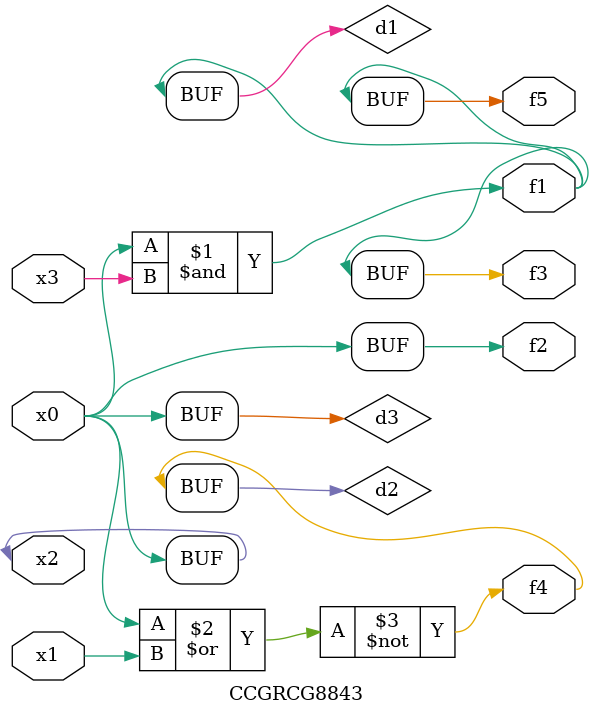
<source format=v>
module CCGRCG8843(
	input x0, x1, x2, x3,
	output f1, f2, f3, f4, f5
);

	wire d1, d2, d3;

	and (d1, x2, x3);
	nor (d2, x0, x1);
	buf (d3, x0, x2);
	assign f1 = d1;
	assign f2 = d3;
	assign f3 = d1;
	assign f4 = d2;
	assign f5 = d1;
endmodule

</source>
